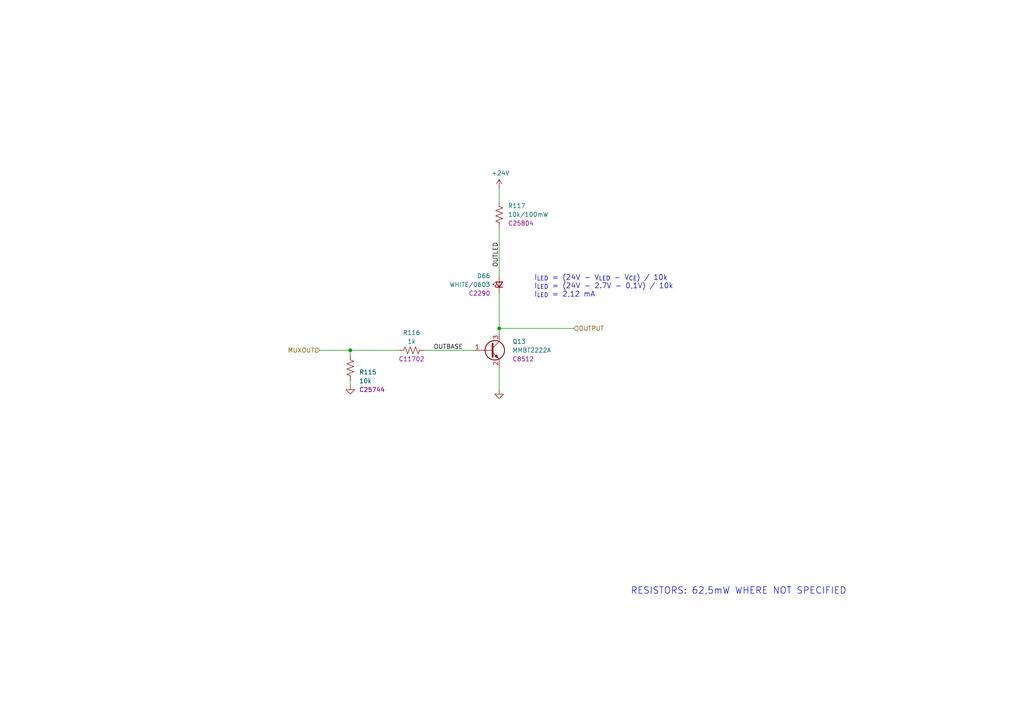
<source format=kicad_sch>
(kicad_sch (version 20250114) (generator "eeschema") (generator_version "9.0")
  (paper "A4")
  (title_block (title "ESP 24V 16xIn/16xOut/1-Wire Module") (date "2026-01-06") (rev "V5.1"))
  (lib_symbols
    (symbol "Device:LED_Small" (pin_numbers (hide yes)) (pin_names (offset 0.254) (hide yes))
      (property "Reference" "D" (at -1.27 3.175 0))
      (property "Value" "LED_Small" (at -4.445 -2.54 0))
      (symbol "LED_Small_0_1"
        (polyline (pts (xy -0.762 -1.016) (xy -0.762 1.016)) (stroke (width 0.254)))
        (polyline (pts (xy 0 0.762) (xy -0.508 1.27) (xy -0.254 1.27) (xy -0.508 1.27) (xy -0.508 1.016)))
        (polyline (pts (xy 0.508 1.27) (xy 0 1.778) (xy 0.254 1.778) (xy 0 1.778) (xy 0 1.524)))
        (polyline (pts (xy 0.762 -1.016) (xy -0.762 0) (xy 0.762 1.016) (xy 0.762 -1.016)) (stroke (width 0.254)))
        (polyline (pts (xy 1.016 0) (xy -0.762 0)))
      )
      (symbol "LED_Small_1_1"
        (pin passive line (at -2.54 0 0) (length 1.778) (name "K") (number "1"))
        (pin passive line (at 2.54 0 180) (length 1.778) (name "A") (number "2"))
      )
    )
    (symbol "Device:R_US" (pin_numbers (hide yes)) (pin_names (offset 0))
      (property "Reference" "R" (at 2.54 0 90))
      (property "Value" "R_US" (at -2.54 0 90))
      (symbol "R_US_0_1"
        (polyline (pts (xy 0 2.286) (xy 0 2.54)))
        (polyline (pts (xy 0 2.286) (xy 1.016 1.905) (xy 0 1.524) (xy -1.016 1.143) (xy 0 0.762)))
        (polyline (pts (xy 0 0.762) (xy 1.016 0.381) (xy 0 0) (xy -1.016 -0.381) (xy 0 -0.762)))
        (polyline (pts (xy 0 -0.762) (xy 1.016 -1.143) (xy 0 -1.524) (xy -1.016 -1.905) (xy 0 -2.286)))
        (polyline (pts (xy 0 -2.286) (xy 0 -2.54)))
      )
      (symbol "R_US_1_1"
        (pin passive line (at 0 3.81 270) (length 1.27) (name "~") (number "1"))
        (pin passive line (at 0 -3.81 90) (length 1.27) (name "~") (number "2"))
      )
    )
    (symbol "Transistor_BJT:Q_NPN_BEC" (pin_names (offset 0) (hide yes))
      (property "Reference" "Q" (at 5.08 1.27 0))
      (property "Value" "Q_NPN_BEC" (at 5.08 -1.27 0))
      (symbol "Q_NPN_BEC_0_1"
        (polyline (pts (xy -2.54 0) (xy 0.635 0)))
        (polyline (pts (xy 0.635 1.905) (xy 0.635 -1.905)) (stroke (width 0.508)))
        (circle (center 1.27 0) (radius 2.8194) (stroke (width 0.254)))
      )
      (symbol "Q_NPN_BEC_1_1"
        (polyline (pts (xy 0.635 0.635) (xy 2.54 2.54)))
        (polyline (pts (xy 0.635 -0.635) (xy 2.54 -2.54)))
        (polyline (pts (xy 1.27 -1.778) (xy 1.778 -1.27) (xy 2.286 -2.286) (xy 1.27 -1.778)) (fill (type outline)))
        (pin input line (at -5.08 0 0) (length 2.54) (name "B") (number "1"))
        (pin passive line (at 2.54 5.08 270) (length 2.54) (name "C") (number "3"))
        (pin passive line (at 2.54 -5.08 90) (length 2.54) (name "E") (number "2"))
      )
    )
    (symbol "power:+24V" (power) (pin_numbers (hide yes)) (pin_names (offset 0) (hide yes))
      (property "Value" "+24V" (at 0 3.556 0))
      (symbol "+24V_0_1"
        (polyline (pts (xy -0.762 1.27) (xy 0 2.54)))
        (polyline (pts (xy 0 2.54) (xy 0.762 1.27)))
        (polyline (pts (xy 0 0) (xy 0 2.54)))
      )
      (symbol "+24V_1_1"
        (pin power_in line (at 0 0 90) (length 0) (name "~") (number "1"))
      )
    )
    (symbol "power:GND" (power) (pin_numbers (hide yes)) (pin_names (offset 0) (hide yes))
      (property "Value" "GND" (at 0 -3.81 0))
      (symbol "GND_0_1"
        (polyline (pts (xy 0 0) (xy 0 -1.27) (xy 1.27 -1.27) (xy 0 -2.54) (xy -1.27 -1.27) (xy 0 -1.27)))
      )
      (symbol "GND_1_1"
        (pin power_in line (at 0 0 270) (length 0) (name "~") (number "1"))
      )
    )
  )
  (text "RESISTORS: 62,5mW WHERE NOT SPECIFIED" (at 182.88 171.45 0) (effects (font (size 1.905 1.905)) (justify left)))
  (text "I_{LED} = (24V - V_{LED} - V_{CE}) / 10k\nI_{LED} = (24V - 2.7V - 0,1V) / 10k\nI_{LED} = 2,12 mA" (at 154.94 86.36 0) (effects (font (size 1.5 1.5)) (justify left bottom)))
  (junction (at 101.6 101.6))
  (junction (at 144.78 95.25))
  (wire (pts (xy 144.78 113.03) (xy 144.78 106.68)))
  (wire (pts (xy 123.19 101.6) (xy 137.16 101.6)))
  (wire (pts (xy 144.78 66.04) (xy 144.78 80.01)))
  (wire (pts (xy 101.6 101.6) (xy 115.57 101.6)))
  (wire (pts (xy 92.71 101.6) (xy 101.6 101.6)))
  (wire (pts (xy 144.78 85.09) (xy 144.78 95.25)))
  (wire (pts (xy 144.78 95.25) (xy 144.78 96.52)))
  (wire (pts (xy 101.6 110.49) (xy 101.6 111.76)))
  (wire (pts (xy 144.78 54.61) (xy 144.78 58.42)))
  (wire (pts (xy 166.37 95.25) (xy 144.78 95.25)))
  (wire (pts (xy 101.6 101.6) (xy 101.6 102.87)))
  (label "OUTLED" (at 144.78 77.47 90))
  (label "OUTBASE" (at 125.73 101.6 0))
  (hierarchical_label "OUTPUT" (shape input) (at 166.37 95.25 0))
  (hierarchical_label "MUXOUT" (shape input) (at 92.71 101.6 180))
  (symbol (lib_id "power:+24V") (at 144.78 54.61 0) (unit 1)
    (property "Reference" "#PWR0138" (effects (hide yes)))
    (property "Value" "+24V" (at 145.161 50.2158 0))
    (property "Description" "Power symbol creates a global label with name \"+24V\"" (effects (hide yes)))
    (instances (project "esp-24v-16ch-v5" (path "" (reference "#PWR0141") (unit 1)) (path "" (reference "#PWR0159") (unit 1)) (path "" (reference "#PWR0144") (unit 1)) (path "" (reference "#PWR0138") (unit 1)) (path "" (reference "#PWR0147") (unit 1)) (path "" (reference "#PWR0156") (unit 1)) (path "" (reference "#PWR0150") (unit 1)) (path "" (reference "#PWR0153") (unit 1))))
  )
  (symbol (lib_id "Transistor_BJT:Q_NPN_BEC") (at 142.24 101.6 0) (unit 1)
    (property "Reference" "Q12" (at 148.59 99.06 0) (effects (justify left)))
    (property "Value" "MMBT2222A" (at 148.59 101.6 0) (effects (justify left)))
    (property "Footprint" "Tales:SOT-23-Narrow" (effects (hide yes)))
    (property "Description" "NPN transistor, base/emitter/collector" (effects (hide yes)))
    (property "Case" "SOT-23-3" (effects (hide yes)))
    (property "Mfr" "Changjiang" (effects (hide yes)))
    (property "Mfr PN" "MMBT2222A" (effects (hide yes)))
    (property "Technology" "BJT" (effects (hide yes)))
    (property "Vendor" "JLCPCB" (effects (hide yes)))
    (property "Vendor PN" "C8512" (effects (hide yes)))
    (property "JLCPCB BOM" "1" (effects (hide yes)))
    (property "LCSC Part #" "C8512" (at 148.59 104.14 0) (effects (justify left)))
    (instances (project "esp-24v-16ch-v5" (path "" (reference "Q13") (unit 1)) (path "" (reference "Q19") (unit 1)) (path "" (reference "Q14") (unit 1)) (path "" (reference "Q12") (unit 1)) (path "" (reference "Q15") (unit 1)) (path "" (reference "Q18") (unit 1)) (path "" (reference "Q16") (unit 1)) (path "" (reference "Q17") (unit 1))))
  )
  (symbol (lib_id "power:GND") (at 144.78 113.03 0) (unit 1)
    (property "Reference" "#PWR0139" (effects (hide yes)))
    (property "Value" "GND" (effects (hide yes)))
    (property "Description" "Power symbol creates a global label with name \"GND\" , ground" (effects (hide yes)))
    (instances (project "esp-24v-16ch-v5" (path "" (reference "#PWR0142") (unit 1)) (path "" (reference "#PWR0160") (unit 1)) (path "" (reference "#PWR0145") (unit 1)) (path "" (reference "#PWR0139") (unit 1)) (path "" (reference "#PWR0148") (unit 1)) (path "" (reference "#PWR0157") (unit 1)) (path "" (reference "#PWR0151") (unit 1)) (path "" (reference "#PWR0154") (unit 1))))
  )
  (symbol (lib_id "Device:R_US") (at 119.38 101.6 270) (unit 1)
    (property "Reference" "R113" (at 119.38 96.52 90))
    (property "Value" "1k" (at 119.38 99.06 90))
    (property "Footprint" "Tales:R_0402_1005Metric" (effects (hide yes)))
    (property "Description" "Resistor, US symbol" (effects (hide yes)))
    (property "Case" "0402/1005" (effects (hide yes)))
    (property "Mfr" "Uniroyal" (effects (hide yes)))
    (property "Mfr PN" "0402WGF1001TCE" (effects (hide yes)))
    (property "Vendor" "JLCPCB" (effects (hide yes)))
    (property "Vendor PN" "C11702" (effects (hide yes)))
    (property "Technology" "1%" (effects (hide yes)))
    (property "LCSC Part #" "C11702" (at 119.38 104.14 90))
    (property "JLCPCB BOM" "1" (effects (hide yes)))
    (instances (project "esp-24v-16ch-v5" (path "" (reference "R116") (unit 1)) (path "" (reference "R134") (unit 1)) (path "" (reference "R119") (unit 1)) (path "" (reference "R113") (unit 1)) (path "" (reference "R122") (unit 1)) (path "" (reference "R131") (unit 1)) (path "" (reference "R125") (unit 1)) (path "" (reference "R128") (unit 1))))
  )
  (symbol (lib_id "power:GND") (at 101.6 111.76 0) (unit 1)
    (property "Reference" "#PWR0137" (effects (hide yes)))
    (property "Value" "GND" (effects (hide yes)))
    (property "Description" "Power symbol creates a global label with name \"GND\" , ground" (effects (hide yes)))
    (instances (project "esp-24v-16ch-v5" (path "" (reference "#PWR0140") (unit 1)) (path "" (reference "#PWR0158") (unit 1)) (path "" (reference "#PWR0143") (unit 1)) (path "" (reference "#PWR0137") (unit 1)) (path "" (reference "#PWR0146") (unit 1)) (path "" (reference "#PWR0155") (unit 1)) (path "" (reference "#PWR0149") (unit 1)) (path "" (reference "#PWR0152") (unit 1))))
  )
  (symbol (lib_id "Device:R_US") (at 101.6 106.68 180) (unit 1)
    (property "Reference" "R112" (at 104.14 107.95 0) (effects (justify right)))
    (property "Value" "10k" (at 104.14 110.49 0) (effects (justify right)))
    (property "Footprint" "Tales:R_0402_1005Metric" (effects (hide yes)))
    (property "Description" "Resistor, US symbol" (effects (hide yes)))
    (property "Mfr" "Uniroyal" (effects (hide yes)))
    (property "Vendor" "JLCPCB" (effects (hide yes)))
    (property "Mfr PN" "0402WGF1002TCE" (effects (hide yes)))
    (property "Technology" "1%" (effects (hide yes)))
    (property "Vendor PN" "C25744" (effects (hide yes)))
    (property "LCSC Part #" "C25744" (at 104.14 113.03 0) (effects (justify right)))
    (property "JLCPCB BOM" "1" (effects (hide yes)))
    (property "Package" "0402/1005" (effects (hide yes)))
    (property "Case" "0402/1005" (effects (hide yes)))
    (instances (project "esp-24v-16ch-v5" (path "" (reference "R115") (unit 1)) (path "" (reference "R133") (unit 1)) (path "" (reference "R118") (unit 1)) (path "" (reference "R112") (unit 1)) (path "" (reference "R121") (unit 1)) (path "" (reference "R130") (unit 1)) (path "" (reference "R124") (unit 1)) (path "" (reference "R127") (unit 1))))
  )
  (symbol (lib_id "Device:LED_Small") (at 144.78 82.55 90) (unit 1)
    (property "Reference" "D65" (at 142.24 80.01 90) (effects (justify left)))
    (property "Value" "WHITE/0603" (at 142.24 82.55 90) (effects (justify left)))
    (property "Footprint" "Tales:LED_0603_1608Metric" (effects (hide yes)))
    (property "Description" "Light emitting diode, small symbol" (effects (hide yes)))
    (property "Case" "0603/1608" (effects (hide yes)))
    (property "Mfr" "Hubei KENTO Elec" (effects (hide yes)))
    (property "Mfr PN" "KT-0603W" (effects (hide yes)))
    (property "Vendor" "JLCPCB" (effects (hide yes)))
    (property "Vendor PN" "C2290" (effects (hide yes)))
    (property "LCSC Part #" "C2290" (at 142.24 85.09 90) (effects (justify left)))
    (property "JLCPCB BOM" "1" (effects (hide yes)))
    (property "Sim.Pin" "1=K 2=A" (effects (hide yes)))
    (instances (project "esp-24v-16ch-v5" (path "" (reference "D66") (unit 1)) (path "" (reference "D72") (unit 1)) (path "" (reference "D67") (unit 1)) (path "" (reference "D65") (unit 1)) (path "" (reference "D68") (unit 1)) (path "" (reference "D71") (unit 1)) (path "" (reference "D69") (unit 1)) (path "" (reference "D70") (unit 1))))
  )
  (symbol (lib_id "Device:R_US") (at 144.78 62.23 0) (unit 1)
    (property "Reference" "R114" (at 147.32 59.69 0) (effects (justify left)))
    (property "Value" "10k/100mW" (at 147.32 62.23 0) (effects (justify left)))
    (property "Footprint" "Tales:R_0603_1608Metric" (effects (hide yes)))
    (property "Description" "Resistor, US symbol" (effects (hide yes)))
    (property "Case" "0603/1608" (effects (hide yes)))
    (property "Mfr" "Uniroyal" (effects (hide yes)))
    (property "Mfr PN" "0603WAF1002T5E" (effects (hide yes)))
    (property "Vendor" "JLCPCB" (effects (hide yes)))
    (property "Vendor PN" "C25804" (effects (hide yes)))
    (property "Technology" "1%" (effects (hide yes)))
    (property "LCSC Part #" "C25804" (at 147.32 64.77 0) (effects (justify left)))
    (property "JLCPCB BOM" "1" (effects (hide yes)))
    (instances (project "esp-24v-16ch-v5" (path "" (reference "R117") (unit 1)) (path "" (reference "R135") (unit 1)) (path "" (reference "R120") (unit 1)) (path "" (reference "R114") (unit 1)) (path "" (reference "R123") (unit 1)) (path "" (reference "R132") (unit 1)) (path "" (reference "R126") (unit 1)) (path "" (reference "R129") (unit 1))))
  )
)
</source>
